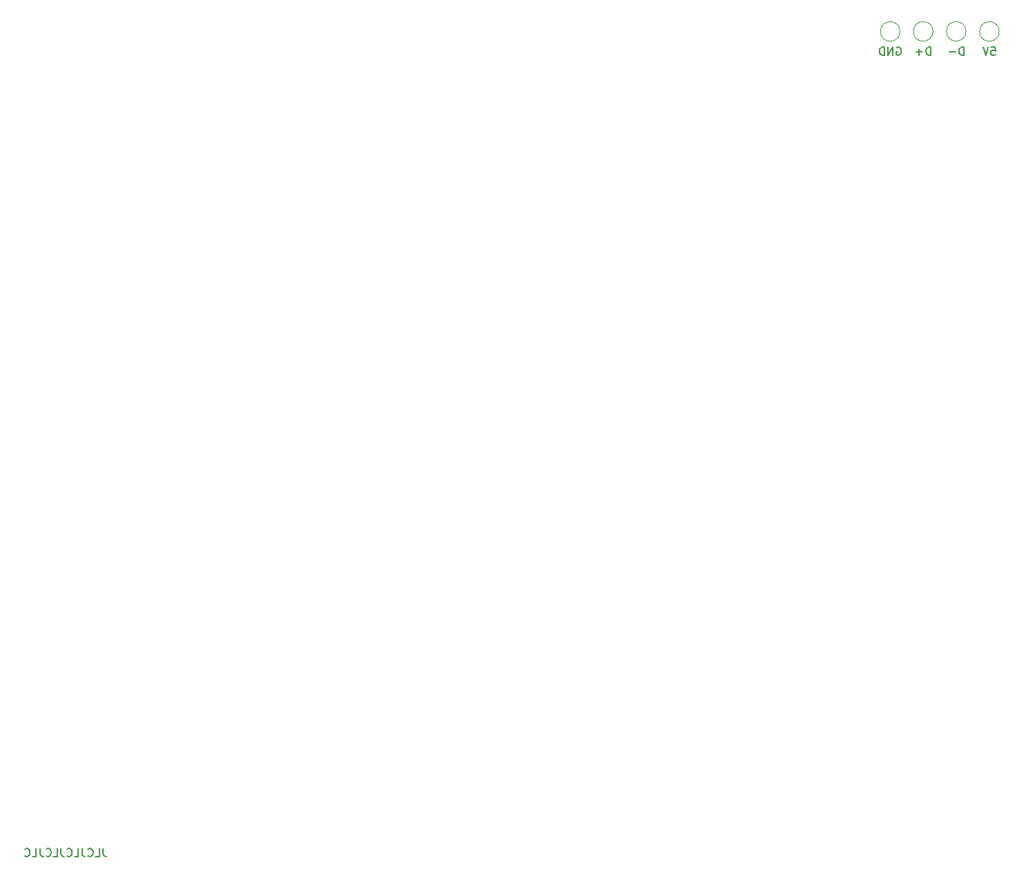
<source format=gbr>
%TF.GenerationSoftware,KiCad,Pcbnew,9.0.6*%
%TF.CreationDate,2025-12-06T20:50:46-05:00*%
%TF.ProjectId,frameortho,6672616d-656f-4727-9468-6f2e6b696361,rev?*%
%TF.SameCoordinates,Original*%
%TF.FileFunction,Legend,Bot*%
%TF.FilePolarity,Positive*%
%FSLAX46Y46*%
G04 Gerber Fmt 4.6, Leading zero omitted, Abs format (unit mm)*
G04 Created by KiCad (PCBNEW 9.0.6) date 2025-12-06 20:50:46*
%MOMM*%
%LPD*%
G01*
G04 APERTURE LIST*
%ADD10C,0.150000*%
%ADD11C,0.120000*%
%ADD12C,2.000000*%
%ADD13C,2.600000*%
%ADD14C,3.800000*%
G04 APERTURE END LIST*
D10*
X215218870Y-86102819D02*
X215218870Y-85102819D01*
X215218870Y-85102819D02*
X214980775Y-85102819D01*
X214980775Y-85102819D02*
X214837918Y-85150438D01*
X214837918Y-85150438D02*
X214742680Y-85245676D01*
X214742680Y-85245676D02*
X214695061Y-85340914D01*
X214695061Y-85340914D02*
X214647442Y-85531390D01*
X214647442Y-85531390D02*
X214647442Y-85674247D01*
X214647442Y-85674247D02*
X214695061Y-85864723D01*
X214695061Y-85864723D02*
X214742680Y-85959961D01*
X214742680Y-85959961D02*
X214837918Y-86055200D01*
X214837918Y-86055200D02*
X214980775Y-86102819D01*
X214980775Y-86102819D02*
X215218870Y-86102819D01*
X214218870Y-85721866D02*
X213456966Y-85721866D01*
X218591590Y-85102819D02*
X219067780Y-85102819D01*
X219067780Y-85102819D02*
X219115399Y-85579009D01*
X219115399Y-85579009D02*
X219067780Y-85531390D01*
X219067780Y-85531390D02*
X218972542Y-85483771D01*
X218972542Y-85483771D02*
X218734447Y-85483771D01*
X218734447Y-85483771D02*
X218639209Y-85531390D01*
X218639209Y-85531390D02*
X218591590Y-85579009D01*
X218591590Y-85579009D02*
X218543971Y-85674247D01*
X218543971Y-85674247D02*
X218543971Y-85912342D01*
X218543971Y-85912342D02*
X218591590Y-86007580D01*
X218591590Y-86007580D02*
X218639209Y-86055200D01*
X218639209Y-86055200D02*
X218734447Y-86102819D01*
X218734447Y-86102819D02*
X218972542Y-86102819D01*
X218972542Y-86102819D02*
X219067780Y-86055200D01*
X219067780Y-86055200D02*
X219115399Y-86007580D01*
X218258256Y-85102819D02*
X217924923Y-86102819D01*
X217924923Y-86102819D02*
X217591590Y-85102819D01*
X207013020Y-85150438D02*
X207108258Y-85102819D01*
X207108258Y-85102819D02*
X207251115Y-85102819D01*
X207251115Y-85102819D02*
X207393972Y-85150438D01*
X207393972Y-85150438D02*
X207489210Y-85245676D01*
X207489210Y-85245676D02*
X207536829Y-85340914D01*
X207536829Y-85340914D02*
X207584448Y-85531390D01*
X207584448Y-85531390D02*
X207584448Y-85674247D01*
X207584448Y-85674247D02*
X207536829Y-85864723D01*
X207536829Y-85864723D02*
X207489210Y-85959961D01*
X207489210Y-85959961D02*
X207393972Y-86055200D01*
X207393972Y-86055200D02*
X207251115Y-86102819D01*
X207251115Y-86102819D02*
X207155877Y-86102819D01*
X207155877Y-86102819D02*
X207013020Y-86055200D01*
X207013020Y-86055200D02*
X206965401Y-86007580D01*
X206965401Y-86007580D02*
X206965401Y-85674247D01*
X206965401Y-85674247D02*
X207155877Y-85674247D01*
X206536829Y-86102819D02*
X206536829Y-85102819D01*
X206536829Y-85102819D02*
X205965401Y-86102819D01*
X205965401Y-86102819D02*
X205965401Y-85102819D01*
X205489210Y-86102819D02*
X205489210Y-85102819D01*
X205489210Y-85102819D02*
X205251115Y-85102819D01*
X205251115Y-85102819D02*
X205108258Y-85150438D01*
X205108258Y-85150438D02*
X205013020Y-85245676D01*
X205013020Y-85245676D02*
X204965401Y-85340914D01*
X204965401Y-85340914D02*
X204917782Y-85531390D01*
X204917782Y-85531390D02*
X204917782Y-85674247D01*
X204917782Y-85674247D02*
X204965401Y-85864723D01*
X204965401Y-85864723D02*
X205013020Y-85959961D01*
X205013020Y-85959961D02*
X205108258Y-86055200D01*
X205108258Y-86055200D02*
X205251115Y-86102819D01*
X205251115Y-86102819D02*
X205489210Y-86102819D01*
X211168869Y-86102819D02*
X211168869Y-85102819D01*
X211168869Y-85102819D02*
X210930774Y-85102819D01*
X210930774Y-85102819D02*
X210787917Y-85150438D01*
X210787917Y-85150438D02*
X210692679Y-85245676D01*
X210692679Y-85245676D02*
X210645060Y-85340914D01*
X210645060Y-85340914D02*
X210597441Y-85531390D01*
X210597441Y-85531390D02*
X210597441Y-85674247D01*
X210597441Y-85674247D02*
X210645060Y-85864723D01*
X210645060Y-85864723D02*
X210692679Y-85959961D01*
X210692679Y-85959961D02*
X210787917Y-86055200D01*
X210787917Y-86055200D02*
X210930774Y-86102819D01*
X210930774Y-86102819D02*
X211168869Y-86102819D01*
X210168869Y-85721866D02*
X209406965Y-85721866D01*
X209787917Y-86102819D02*
X209787917Y-85340914D01*
X109777506Y-183389819D02*
X109777506Y-184104104D01*
X109777506Y-184104104D02*
X109825125Y-184246961D01*
X109825125Y-184246961D02*
X109920363Y-184342200D01*
X109920363Y-184342200D02*
X110063220Y-184389819D01*
X110063220Y-184389819D02*
X110158458Y-184389819D01*
X108825125Y-184389819D02*
X109301315Y-184389819D01*
X109301315Y-184389819D02*
X109301315Y-183389819D01*
X107920363Y-184294580D02*
X107967982Y-184342200D01*
X107967982Y-184342200D02*
X108110839Y-184389819D01*
X108110839Y-184389819D02*
X108206077Y-184389819D01*
X108206077Y-184389819D02*
X108348934Y-184342200D01*
X108348934Y-184342200D02*
X108444172Y-184246961D01*
X108444172Y-184246961D02*
X108491791Y-184151723D01*
X108491791Y-184151723D02*
X108539410Y-183961247D01*
X108539410Y-183961247D02*
X108539410Y-183818390D01*
X108539410Y-183818390D02*
X108491791Y-183627914D01*
X108491791Y-183627914D02*
X108444172Y-183532676D01*
X108444172Y-183532676D02*
X108348934Y-183437438D01*
X108348934Y-183437438D02*
X108206077Y-183389819D01*
X108206077Y-183389819D02*
X108110839Y-183389819D01*
X108110839Y-183389819D02*
X107967982Y-183437438D01*
X107967982Y-183437438D02*
X107920363Y-183485057D01*
X107206077Y-183389819D02*
X107206077Y-184104104D01*
X107206077Y-184104104D02*
X107253696Y-184246961D01*
X107253696Y-184246961D02*
X107348934Y-184342200D01*
X107348934Y-184342200D02*
X107491791Y-184389819D01*
X107491791Y-184389819D02*
X107587029Y-184389819D01*
X106253696Y-184389819D02*
X106729886Y-184389819D01*
X106729886Y-184389819D02*
X106729886Y-183389819D01*
X105348934Y-184294580D02*
X105396553Y-184342200D01*
X105396553Y-184342200D02*
X105539410Y-184389819D01*
X105539410Y-184389819D02*
X105634648Y-184389819D01*
X105634648Y-184389819D02*
X105777505Y-184342200D01*
X105777505Y-184342200D02*
X105872743Y-184246961D01*
X105872743Y-184246961D02*
X105920362Y-184151723D01*
X105920362Y-184151723D02*
X105967981Y-183961247D01*
X105967981Y-183961247D02*
X105967981Y-183818390D01*
X105967981Y-183818390D02*
X105920362Y-183627914D01*
X105920362Y-183627914D02*
X105872743Y-183532676D01*
X105872743Y-183532676D02*
X105777505Y-183437438D01*
X105777505Y-183437438D02*
X105634648Y-183389819D01*
X105634648Y-183389819D02*
X105539410Y-183389819D01*
X105539410Y-183389819D02*
X105396553Y-183437438D01*
X105396553Y-183437438D02*
X105348934Y-183485057D01*
X104634648Y-183389819D02*
X104634648Y-184104104D01*
X104634648Y-184104104D02*
X104682267Y-184246961D01*
X104682267Y-184246961D02*
X104777505Y-184342200D01*
X104777505Y-184342200D02*
X104920362Y-184389819D01*
X104920362Y-184389819D02*
X105015600Y-184389819D01*
X103682267Y-184389819D02*
X104158457Y-184389819D01*
X104158457Y-184389819D02*
X104158457Y-183389819D01*
X102777505Y-184294580D02*
X102825124Y-184342200D01*
X102825124Y-184342200D02*
X102967981Y-184389819D01*
X102967981Y-184389819D02*
X103063219Y-184389819D01*
X103063219Y-184389819D02*
X103206076Y-184342200D01*
X103206076Y-184342200D02*
X103301314Y-184246961D01*
X103301314Y-184246961D02*
X103348933Y-184151723D01*
X103348933Y-184151723D02*
X103396552Y-183961247D01*
X103396552Y-183961247D02*
X103396552Y-183818390D01*
X103396552Y-183818390D02*
X103348933Y-183627914D01*
X103348933Y-183627914D02*
X103301314Y-183532676D01*
X103301314Y-183532676D02*
X103206076Y-183437438D01*
X103206076Y-183437438D02*
X103063219Y-183389819D01*
X103063219Y-183389819D02*
X102967981Y-183389819D01*
X102967981Y-183389819D02*
X102825124Y-183437438D01*
X102825124Y-183437438D02*
X102777505Y-183485057D01*
X102063219Y-183389819D02*
X102063219Y-184104104D01*
X102063219Y-184104104D02*
X102110838Y-184246961D01*
X102110838Y-184246961D02*
X102206076Y-184342200D01*
X102206076Y-184342200D02*
X102348933Y-184389819D01*
X102348933Y-184389819D02*
X102444171Y-184389819D01*
X101110838Y-184389819D02*
X101587028Y-184389819D01*
X101587028Y-184389819D02*
X101587028Y-183389819D01*
X100206076Y-184294580D02*
X100253695Y-184342200D01*
X100253695Y-184342200D02*
X100396552Y-184389819D01*
X100396552Y-184389819D02*
X100491790Y-184389819D01*
X100491790Y-184389819D02*
X100634647Y-184342200D01*
X100634647Y-184342200D02*
X100729885Y-184246961D01*
X100729885Y-184246961D02*
X100777504Y-184151723D01*
X100777504Y-184151723D02*
X100825123Y-183961247D01*
X100825123Y-183961247D02*
X100825123Y-183818390D01*
X100825123Y-183818390D02*
X100777504Y-183627914D01*
X100777504Y-183627914D02*
X100729885Y-183532676D01*
X100729885Y-183532676D02*
X100634647Y-183437438D01*
X100634647Y-183437438D02*
X100491790Y-183389819D01*
X100491790Y-183389819D02*
X100396552Y-183389819D01*
X100396552Y-183389819D02*
X100253695Y-183437438D01*
X100253695Y-183437438D02*
X100206076Y-183485057D01*
D11*
%TO.C,TP20*%
X207424799Y-83190000D02*
G75*
G02*
X205024799Y-83190000I-1200000J0D01*
G01*
X205024799Y-83190000D02*
G75*
G02*
X207424799Y-83190000I1200000J0D01*
G01*
%TO.C,TP18*%
X211461601Y-83180000D02*
G75*
G02*
X209061601Y-83180000I-1200000J0D01*
G01*
X209061601Y-83180000D02*
G75*
G02*
X211461601Y-83180000I1200000J0D01*
G01*
%TO.C,TP17*%
X219574798Y-83190000D02*
G75*
G02*
X217174798Y-83190000I-1200000J0D01*
G01*
X217174798Y-83190000D02*
G75*
G02*
X219574798Y-83190000I1200000J0D01*
G01*
%TO.C,TP19*%
X215511602Y-83180000D02*
G75*
G02*
X213111602Y-83180000I-1200000J0D01*
G01*
X213111602Y-83180000D02*
G75*
G02*
X215511602Y-83180000I1200000J0D01*
G01*
%TD*%
%LPC*%
D12*
%TO.C,S3*%
X158316022Y-93584191D03*
X161264298Y-94542144D03*
%TD*%
%TO.C,S13*%
X153203827Y-109276631D03*
X156152103Y-110234584D03*
%TD*%
%TO.C,S12*%
X136233346Y-108114338D03*
X139181622Y-109072291D03*
%TD*%
%TO.C,S11*%
X117166854Y-113385940D03*
X120115130Y-114343893D03*
%TD*%
%TO.C,S15*%
X182543814Y-125724392D03*
X185492090Y-126682345D03*
%TD*%
%TO.C,S10*%
X299245756Y-98651469D03*
X302194032Y-97693516D03*
%TD*%
D13*
%TO.C,H4*%
X236556331Y-91807292D03*
D14*
X236556331Y-91807292D03*
%TD*%
D12*
%TO.C,S31*%
X163703643Y-158364205D03*
X166724190Y-159061553D03*
%TD*%
%TO.C,S26*%
X244093203Y-142374786D03*
X247041479Y-141416833D03*
%TD*%
%TO.C,S18*%
X268320978Y-110234584D03*
X271269254Y-109276631D03*
%TD*%
D13*
%TO.C,H3*%
X232855135Y-152631429D03*
D14*
X232855135Y-152631429D03*
%TD*%
D12*
%TO.C,S35*%
X240986931Y-165710411D03*
X243724068Y-164255049D03*
%TD*%
%TO.C,S17*%
X253906594Y-119243089D03*
X256854870Y-118285136D03*
%TD*%
%TO.C,S4*%
X172730406Y-102592696D03*
X175678682Y-103550649D03*
%TD*%
%TO.C,S23*%
X148091632Y-124969055D03*
X151039908Y-125927008D03*
%TD*%
%TO.C,S34*%
X226674100Y-176388382D03*
X228941297Y-174274187D03*
%TD*%
%TO.C,S7*%
X248794399Y-103550649D03*
X251742675Y-102592696D03*
%TD*%
%TO.C,S20*%
X304357951Y-114343893D03*
X307306227Y-113385940D03*
%TD*%
%TO.C,S25*%
X177431619Y-141416833D03*
X180379895Y-142374786D03*
%TD*%
D13*
%TO.C,H6*%
X109236540Y-175000000D03*
D14*
X109236540Y-175000000D03*
%TD*%
D13*
%TO.C,H11*%
X191617963Y-140631429D03*
D14*
X191617963Y-140631429D03*
%TD*%
D12*
%TO.C,S30*%
X309470146Y-130036333D03*
X312418422Y-129078380D03*
%TD*%
D13*
%TO.C,H13*%
X109236540Y-90000002D03*
D14*
X109236540Y-90000002D03*
%TD*%
D12*
%TO.C,S2*%
X141345541Y-92421898D03*
X144293817Y-93379851D03*
%TD*%
%TO.C,S32*%
X180749029Y-164255049D03*
X183486166Y-165710411D03*
%TD*%
%TO.C,S16*%
X238981007Y-126682345D03*
X241929283Y-125724392D03*
%TD*%
%TO.C,S22*%
X131121151Y-123806762D03*
X134069427Y-124764715D03*
%TD*%
D13*
%TO.C,H2*%
X187916750Y-91807292D03*
D14*
X187916750Y-91807292D03*
%TD*%
D13*
%TO.C,H5*%
X138273081Y-145548579D03*
D14*
X138273081Y-145548579D03*
%TD*%
D13*
%TO.C,H12*%
X232855135Y-140631429D03*
D14*
X232855135Y-140631429D03*
%TD*%
D12*
%TO.C,S27*%
X259018806Y-134935513D03*
X261967082Y-133977560D03*
%TD*%
%TO.C,S24*%
X162506016Y-133977560D03*
X165454292Y-134935513D03*
%TD*%
%TO.C,S6*%
X233868796Y-110989904D03*
X236817072Y-110031951D03*
%TD*%
%TO.C,S8*%
X263208783Y-94542144D03*
X266157059Y-93584191D03*
%TD*%
D13*
%TO.C,H9*%
X315236540Y-175000000D03*
D14*
X315236540Y-175000000D03*
%TD*%
D12*
%TO.C,S9*%
X280179264Y-93379851D03*
X283127540Y-92421898D03*
%TD*%
D13*
%TO.C,H5*%
X286200000Y-145548579D03*
D14*
X286200000Y-145548579D03*
%TD*%
D13*
%TO.C,H8*%
X255821512Y-175921749D03*
D14*
X255821512Y-175921749D03*
%TD*%
D12*
%TO.C,S28*%
X273433189Y-125927008D03*
X276381465Y-124969055D03*
%TD*%
%TO.C,S14*%
X167618211Y-118285136D03*
X170566487Y-119243089D03*
%TD*%
D13*
%TO.C,H7*%
X168651585Y-175921749D03*
D14*
X168651585Y-175921749D03*
%TD*%
D12*
%TO.C,S5*%
X187656009Y-110031951D03*
X190604285Y-110989904D03*
%TD*%
%TO.C,S33*%
X195531784Y-174274187D03*
X197798981Y-176388382D03*
%TD*%
D13*
%TO.C,H10*%
X315236540Y-90000000D03*
D14*
X315236540Y-90000000D03*
%TD*%
D12*
%TO.C,S29*%
X290403670Y-124764715D03*
X293351946Y-123806762D03*
%TD*%
%TO.C,S21*%
X112054659Y-129078380D03*
X115002935Y-130036333D03*
%TD*%
%TO.C,S1*%
X122279065Y-97693516D03*
X125227341Y-98651469D03*
%TD*%
%TO.C,S36*%
X257748891Y-159061553D03*
X260769438Y-158364205D03*
%TD*%
D13*
%TO.C,H1*%
X191617963Y-152631429D03*
D14*
X191617963Y-152631429D03*
%TD*%
D12*
%TO.C,S19*%
X285291475Y-109072291D03*
X288239751Y-108114338D03*
%TD*%
%TO.C,TP20*%
X206224799Y-83190000D03*
%TD*%
%TO.C,TP18*%
X210261601Y-83180000D03*
%TD*%
%TO.C,TP17*%
X218374798Y-83190000D03*
%TD*%
%TO.C,TP19*%
X214311602Y-83180000D03*
%TD*%
%LPD*%
M02*

</source>
